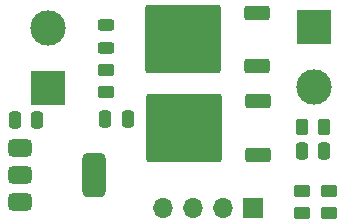
<source format=gbs>
G04 #@! TF.GenerationSoftware,KiCad,Pcbnew,7.0.11+dfsg-1build4*
G04 #@! TF.CreationDate,2025-07-05T19:07:05+02:00*
G04 #@! TF.ProjectId,25487,32353438-372e-46b6-9963-61645f706362,rev?*
G04 #@! TF.SameCoordinates,Original*
G04 #@! TF.FileFunction,Soldermask,Bot*
G04 #@! TF.FilePolarity,Negative*
%FSLAX46Y46*%
G04 Gerber Fmt 4.6, Leading zero omitted, Abs format (unit mm)*
G04 Created by KiCad (PCBNEW 7.0.11+dfsg-1build4) date 2025-07-05 19:07:05*
%MOMM*%
%LPD*%
G01*
G04 APERTURE LIST*
G04 Aperture macros list*
%AMRoundRect*
0 Rectangle with rounded corners*
0 $1 Rounding radius*
0 $2 $3 $4 $5 $6 $7 $8 $9 X,Y pos of 4 corners*
0 Add a 4 corners polygon primitive as box body*
4,1,4,$2,$3,$4,$5,$6,$7,$8,$9,$2,$3,0*
0 Add four circle primitives for the rounded corners*
1,1,$1+$1,$2,$3*
1,1,$1+$1,$4,$5*
1,1,$1+$1,$6,$7*
1,1,$1+$1,$8,$9*
0 Add four rect primitives between the rounded corners*
20,1,$1+$1,$2,$3,$4,$5,0*
20,1,$1+$1,$4,$5,$6,$7,0*
20,1,$1+$1,$6,$7,$8,$9,0*
20,1,$1+$1,$8,$9,$2,$3,0*%
G04 Aperture macros list end*
%ADD10R,1.700000X1.700000*%
%ADD11O,1.700000X1.700000*%
%ADD12R,3.000000X3.000000*%
%ADD13C,3.000000*%
%ADD14RoundRect,0.243750X0.456250X-0.243750X0.456250X0.243750X-0.456250X0.243750X-0.456250X-0.243750X0*%
%ADD15RoundRect,0.250000X0.262500X0.450000X-0.262500X0.450000X-0.262500X-0.450000X0.262500X-0.450000X0*%
%ADD16RoundRect,0.250000X-0.250000X-0.475000X0.250000X-0.475000X0.250000X0.475000X-0.250000X0.475000X0*%
%ADD17RoundRect,0.250000X0.450000X-0.262500X0.450000X0.262500X-0.450000X0.262500X-0.450000X-0.262500X0*%
%ADD18RoundRect,0.375000X-0.625000X-0.375000X0.625000X-0.375000X0.625000X0.375000X-0.625000X0.375000X0*%
%ADD19RoundRect,0.500000X-0.500000X-1.400000X0.500000X-1.400000X0.500000X1.400000X-0.500000X1.400000X0*%
%ADD20RoundRect,0.250000X-0.450000X0.262500X-0.450000X-0.262500X0.450000X-0.262500X0.450000X0.262500X0*%
%ADD21RoundRect,0.250000X0.850000X0.350000X-0.850000X0.350000X-0.850000X-0.350000X0.850000X-0.350000X0*%
%ADD22RoundRect,0.249997X2.950003X2.650003X-2.950003X2.650003X-2.950003X-2.650003X2.950003X-2.650003X0*%
%ADD23RoundRect,0.250000X0.250000X0.475000X-0.250000X0.475000X-0.250000X-0.475000X0.250000X-0.475000X0*%
G04 APERTURE END LIST*
D10*
X121300000Y-118000000D03*
D11*
X118760000Y-118000000D03*
X116220000Y-118000000D03*
X113680000Y-118000000D03*
D12*
X104000000Y-107830000D03*
D13*
X104000000Y-102750000D03*
D12*
X126500000Y-102710000D03*
D13*
X126500000Y-107790000D03*
D14*
X108900000Y-104437500D03*
X108900000Y-102562500D03*
D15*
X127312500Y-111200000D03*
X125487500Y-111200000D03*
D16*
X125450000Y-113200000D03*
X127350000Y-113200000D03*
D17*
X127750000Y-118412500D03*
X127750000Y-116587500D03*
D18*
X101600000Y-117550000D03*
X101600000Y-115250000D03*
D19*
X107900000Y-115250000D03*
D18*
X101600000Y-112950000D03*
D17*
X125500000Y-118412500D03*
X125500000Y-116587500D03*
D20*
X108900000Y-106337500D03*
X108900000Y-108162500D03*
D21*
X121700000Y-101472500D03*
D22*
X115400000Y-103752500D03*
D21*
X121700000Y-106032500D03*
X121750000Y-109000000D03*
D22*
X115450000Y-111280000D03*
D21*
X121750000Y-113560000D03*
D16*
X108800000Y-110500000D03*
X110700000Y-110500000D03*
D23*
X103050000Y-110600000D03*
X101150000Y-110600000D03*
M02*

</source>
